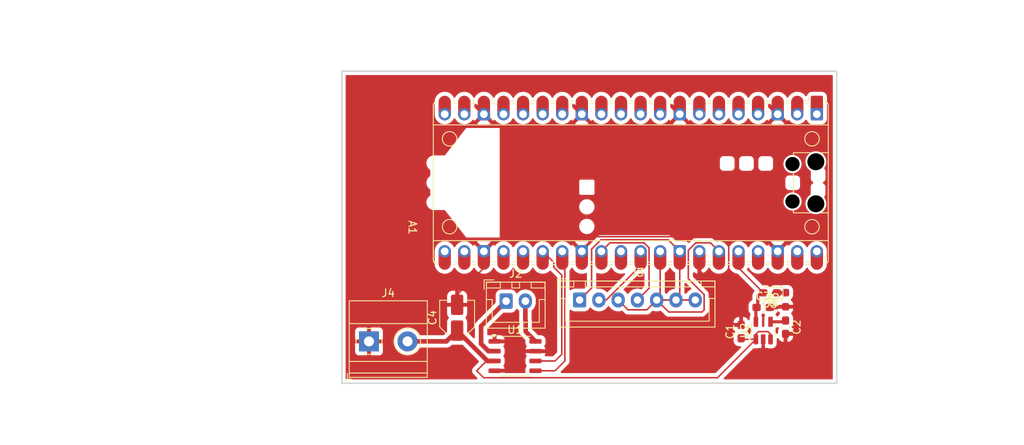
<source format=kicad_pcb>
(kicad_pcb (version 20240108) (generator "pcbnew") (generator_version "8.0")
  (layers (0 "F.Cu" signal) (31 "B.Cu" signal) (34 "B.Paste" user) (35 "F.Paste" user) (36 "B.SilkS" user "B.Silkscreen") (37 "F.SilkS" user "F.Silkscreen") (38 "B.Mask" user) (39 "F.Mask" user) (44 "Edge.Cuts" user))
  (net 0 "")
  (net 3 "track+")
  (net 4 "track-")
  (net 5 "GND")
  (net 13 "sense_pin")
  (net 14 "track_0")
  (net 19 "track_1")
  (net 20 "unconnected-(A1-GPIO3-Pad5)")
  (net 21 "unconnected-(A1-GPIO4-Pad6)")
  (net 35 "3V3")
  (net 41 "VCC")
  (net 42 "Net-(U2-BP)")
  (net 43 "Net-(D3-K)")
  (net 44 "O2")
  (net 45 "O1")
  (net 48 "PWM0")
  (net 50 "PWM1")
  (footprint "Capacitor_SMD:C_0603_1608Metric_Pad1.08x0.95mm_HandSolder" (layer "F.Cu") (at 118.11 63.5 90)
    (property "Reference" "C1" (at 0 -1.43 90) (layer "F.SilkS"))
    (property "Value" "C")
    (pad "1" smd roundrect (at -0.8625 0 90) (size 1.075 0.95) (layers "F.Cu" "F.Paste" "F.Mask") (net 41 "VCC"))
    (pad "2" smd roundrect (at 0.8625 0 90) (size 1.075 0.95) (layers "F.Cu" "F.Paste" "F.Mask") (net 5 "GND"))
  )
  (footprint "Capacitor_SMD:C_0603_1608Metric_Pad1.08x0.95mm_HandSolder" (layer "F.Cu") (at 120.97 60.3675)
    (property "Reference" "C3" (at 0 -1.43 360) (layer "F.SilkS"))
    (property "Value" "C")
    (pad "1" smd roundrect (at -0.8625 0) (size 1.075 0.95) (layers "F.Cu" "F.Paste" "F.Mask") (net 35 "3V3"))
    (pad "2" smd roundrect (at 0.8625 0) (size 1.075 0.95) (layers "F.Cu" "F.Paste" "F.Mask") (net 5 "GND"))
  )
  (footprint "Capacitor_SMD:C_Elec_4x5.4" (layer "F.Cu") (at 81.28 61.7 90)
    (property "Reference" "C4" (at 0 -3.2 90) (layer "F.SilkS"))
    (property "Value" "C")
    (pad "1" smd roundrect (at -1.675 0 90) (size 2.65 1.6) (layers "F.Cu" "F.Paste" "F.Mask") (roundrect_rratio 0.15625) (net 41 "VCC"))
    (pad "2" smd roundrect (at 1.675 0 90) (size 2.65 1.6) (layers "F.Cu" "F.Paste" "F.Mask") (roundrect_rratio 0.15625) (net 5 "GND"))
  )
  (footprint "Package_TO_SOT_SMD:SOT-23-5" (layer "F.Cu") (at 120.97 63.3675 90)
    (property "Reference" "U2" (at 0 -2.4 90) (layer "F.SilkS"))
    (property "Value" "LP2985-3.3")
    (pad "1" smd roundrect (at -1.1375 -0.95 90) (size 1.325 0.6) (layers "F.Cu" "F.Paste" "F.Mask") (net 41 "VCC"))
    (pad "2" smd roundrect (at -1.1375 0 90) (size 1.325 0.6) (layers "F.Cu" "F.Paste" "F.Mask") (net 5 "GND"))
    (pad "3" smd roundrect (at -1.1375 0.95 90) (size 1.325 0.6) (layers "F.Cu" "F.Paste" "F.Mask") (net 41 "VCC"))
    (pad "4" smd roundrect (at 1.1375 0.95 90) (size 1.325 0.6) (layers "F.Cu" "F.Paste" "F.Mask") (net 42 "Net-(U2-BP)"))
    (pad "5" smd roundrect (at 1.1375 -0.95 90) (size 1.325 0.6) (layers "F.Cu" "F.Paste" "F.Mask") (net 35 "3V3"))
  )
  (footprint "TerminalBlock_Phoenix:TerminalBlock_Phoenix_MKDS-1,5-2_1x02_P5.00mm_Horizontal" (layer "F.Cu") (at 69.85 64.77)
    (property "Reference" "J4" (at 2.5 -6.26 360) (layer "F.SilkS"))
    (property "Value" "Barrel_Jack")
    (pad "1" thru_hole rect (at 0 0) (size 2.6 2.6) (drill 1.3) (layers "*.Cu" "*.Mask") (net 5 "GND"))
    (pad "2" thru_hole circle (at 5 0) (size 2.6 2.6) (drill 1.3) (layers "*.Cu" "*.Mask") (net 41 "VCC"))
  )
  (footprint "Resistor_SMD:R_0603_1608Metric_Pad0.98x0.95mm_HandSolder" (layer "F.Cu") (at 123.87 59.3675 90)
    (property "Reference" "R3" (at 0 -1.43 90) (layer "F.SilkS"))
    (property "Value" "R")
    (pad "1" smd roundrect (at -0.9125 0 90) (size 0.975 0.95) (layers "F.Cu" "F.Paste" "F.Mask") (net 5 "GND"))
    (pad "2" smd roundrect (at 0.9125 0 90) (size 0.975 0.95) (layers "F.Cu" "F.Paste" "F.Mask") (net 43 "Net-(D3-K)"))
  )
  (footprint "Package_SO:HTSOP-8-1EP_3.9x4.9mm_P1.27mm_EP2.4x3.2mm" (layer "F.Cu") (at 88.79 66.675)
    (property "Reference" "U1" (at 0 -3.4 0) (layer "F.SilkS"))
    (property "Value" "~")
    (pad "1" smd roundrect (at -2.65 -1.905) (size 1.6 0.6) (layers "F.Cu" "F.Paste" "F.Mask") (net 5 "GND"))
    (pad "2" smd roundrect (at -2.65 -0.635) (size 1.6 0.6) (layers "F.Cu" "F.Paste" "F.Mask") (net 45 "O1"))
    (pad "3" smd roundrect (at -2.65 0.635) (size 1.6 0.6) (layers "F.Cu" "F.Paste" "F.Mask") (net 41 "VCC"))
    (pad "4" smd roundrect (at -2.65 1.905) (size 1.6 0.6) (layers "F.Cu" "F.Paste" "F.Mask") (net 5 "GND"))
    (pad "5" smd roundrect (at 2.65 1.905) (size 1.6 0.6) (layers "F.Cu" "F.Paste" "F.Mask") (net 48 "PWM0"))
    (pad "6" smd roundrect (at 2.65 0.635) (size 1.6 0.6) (layers "F.Cu" "F.Paste" "F.Mask") (net 50 "PWM1"))
    (pad "7" smd roundrect (at 2.65 -0.635) (size 1.6 0.6) (layers "F.Cu" "F.Paste" "F.Mask") (net 5 "GND"))
    (pad "8" smd roundrect (at 2.65 -1.905) (size 1.6 0.6) (layers "F.Cu" "F.Paste" "F.Mask") (net 44 "O2"))
    (pad "9" smd rect (at 0 0) (size 2.4 3.2) (property pad_prop_heatsink) (layers "F.Cu" "F.Mask") (net 5 "GND"))
  )
  (footprint "Connector_JST:JST_XH_B7B-XH-A_1x07_P2.50mm_Vertical" (layer "F.Cu") (at 97.160171 59.402025)
    (property "Reference" "J3" (at 7.5 -3.55 0) (layer "F.SilkS"))
    (property "Value" "Conn_01x07_Socket")
    (pad "1" thru_hole roundrect (at 0 0) (size 1.7 1.95) (drill 0.95) (layers "*.Cu" "*.Mask") (roundrect_rratio 0.147059) (net 4 "track-"))
    (pad "2" thru_hole oval (at 2.5 0) (size 1.7 1.95) (drill 0.95) (layers "*.Cu" "*.Mask") (net 14 "track_0"))
    (pad "3" thru_hole oval (at 5 0) (size 1.7 1.95) (drill 0.95) (layers "*.Cu" "*.Mask") (net 3 "track+"))
    (pad "4" thru_hole oval (at 7.5 0) (size 1.7 1.95) (drill 0.95) (layers "*.Cu" "*.Mask") (net 13 "sense_pin"))
    (pad "5" thru_hole oval (at 10 0) (size 1.7 1.95) (drill 0.95) (layers "*.Cu" "*.Mask") (net 3 "track+"))
    (pad "6" thru_hole oval (at 12.5 0) (size 1.7 1.95) (drill 0.95) (layers "*.Cu" "*.Mask") (net 19 "track_1"))
    (pad "7" thru_hole oval (at 15 0) (size 1.7 1.95) (drill 0.95) (layers "*.Cu" "*.Mask") (net 4 "track-"))
  )
  (footprint "Module_RaspberryPi_Pico:RaspberryPi_Pico_Common" (layer "F.Cu") (at 103.8 44.2 -90)
    (property "Reference" "A1" (at 4.8 28.3 -90) (layer "F.SilkS") (effects (justify left)))
    (property "Value" "RaspberryPi_Pico_W")
    (pad "" np_thru_hole circle (at -2.725 -24 270) (size 2.2 2.2) (drill 2.2) (layers "*.Mask"))
    (pad "" np_thru_hole circle (at -2.425 -20.97 270) (size 1.85 1.85) (drill 1.85) (layers "*.Mask"))
    (pad "" np_thru_hole circle (at 2.425 -20.97 270) (size 1.85 1.85) (drill 1.85) (layers "*.Mask"))
    (pad "" np_thru_hole circle (at 2.725 -24 270) (size 2.2 2.2) (drill 2.2) (layers "*.Mask"))
    (pad "1" thru_hole roundrect (at -8.89 -24.13 270) (size 1.6 1.6) (drill 1) (layers "*.Cu" "*.Mask") (roundrect_rratio 0.125))
    (pad "1" smd custom (at -8.89 -24.13 270) (size 1.6 1.6) (layers "F.Cu" "F.Mask") (options (clearance outline) (anchor circle)) (primitives (gr_poly (pts (xy -2.4 0.6) (xy -2.4 -0.6) (xy -2.2 -0.8) (xy 0 -0.8) (xy 0 0.8) (xy -2.2 0.8)) (width 0) (fill yes)) (gr_circle (center -2.2 0.6) (end -2 0.6) (width 0) (fill yes)) (gr_circle (center -2.2 -0.6) (end -2 -0.6) (width 0) (fill yes))))
    (pad "2" thru_hole circle (at -8.89 -21.59 270) (size 1.6 1.6) (drill 1) (layers "*.Cu" "*.Mask"))
    (pad "2" smd roundrect (at -8.89 -21.59 270) (size 3.2 1.6) (drill (offset -0.8 0)) (layers "F.Cu" "F.Mask") (roundrect_rratio 0.5))
    (pad "3" thru_hole custom (at -8.89 -19.05 270) (size 1.6 1.6) (drill 1) (layers "*.Cu" "*.Mask") (net 5 "GND") (options (clearance outline) (anchor circle)) (primitives (gr_poly (pts (xy 0.8 0.6) (xy 0.8 -0.6) (xy 0.6 -0.8) (xy 0 -0.8) (xy 0 0.8) (xy 0.6 0.8)) (width 0) (fill yes)) (gr_circle (center 0.6 0.6) (end 0.8 0.6) (width 0) (fill yes)) (gr_circle (center 0.6 -0.6) (end 0.8 -0.6) (width 0) (fill yes))))
    (pad "3" smd custom (at -8.89 -19.05 270) (size 1.6 1.6) (layers "F.Cu" "F.Mask") (net 5 "GND") (options (clearance outline) (anchor circle)) (primitives (gr_poly (pts (xy 0.8 -0.6) (xy 0.8 0.6) (xy 0.6 0.8) (xy -1.6 0.8) (xy -1.6 -0.8) (xy 0.6 -0.8)) (width 0) (fill yes)) (gr_circle (center 0.6 0.6) (end 0.8 0.6) (width 0) (fill yes)) (gr_circle (center 0.6 -0.6) (end 0.8 -0.6) (width 0) (fill yes)) (gr_circle (center -1.6 0) (end -0.8 0) (width 0) (fill yes))))
    (pad "4" thru_hole circle (at -8.89 -16.51 270) (size 1.6 1.6) (drill 1) (layers "*.Cu" "*.Mask"))
    (pad "4" smd roundrect (at -8.89 -16.51 270) (size 3.2 1.6) (drill (offset -0.8 0)) (layers "F.Cu" "F.Mask") (roundrect_rratio 0.5))
    (pad "5" thru_hole circle (at -8.89 -13.97 270) (size 1.6 1.6) (drill 1) (layers "*.Cu" "*.Mask") (net 20 "unconnected-(A1-GPIO3-Pad5)"))
    (pad "5" smd roundrect (at -8.89 -13.97 270) (size 3.2 1.6) (drill (offset -0.8 0)) (layers "F.Cu" "F.Mask") (roundrect_rratio 0.5))
    (pad "6" thru_hole circle (at -8.89 -11.43 270) (size 1.6 1.6) (drill 1) (layers "*.Cu" "*.Mask"))
    (pad "6" smd roundrect (at -8.89 -11.43 270) (size 3.2 1.6) (drill (offset -0.8 0)) (layers "F.Cu" "F.Mask") (roundrect_rratio 0.5) (net 21 "unconnected-(A1-GPIO4-Pad6)"))
    (pad "7" thru_hole circle (at -8.89 -8.89 270) (size 1.6 1.6) (drill 1) (layers "*.Cu" "*.Mask"))
    (pad "7" smd roundrect (at -8.89 -8.89 270) (size 3.2 1.6) (drill (offset -0.8 0)) (layers "F.Cu" "F.Mask") (roundrect_rratio 0.5))
    (pad "8" thru_hole custom (at -8.89 -6.35 270) (size 1.6 1.6) (drill 1) (layers "*.Cu" "*.Mask") (net 5 "GND") (options (clearance outline) (anchor circle)) (primitives (gr_poly (pts (xy 0.8 0.6) (xy 0.8 -0.6) (xy 0.6 -0.8) (xy 0 -0.8) (xy 0 0.8) (xy 0.6 0.8)) (width 0) (fill yes)) (gr_circle (center 0.6 0.6) (end 0.8 0.6) (width 0) (fill yes)) (gr_circle (center 0.6 -0.6) (end 0.8 -0.6) (width 0) (fill yes))))
    (pad "8" smd custom (at -8.89 -6.35 270) (size 1.6 1.6) (layers "F.Cu" "F.Mask") (net 5 "GND") (options (clearance outline) (anchor circle)) (primitives (gr_poly (pts (xy 0.8 -0.6) (xy 0.8 0.6) (xy 0.6 0.8) (xy -1.6 0.8) (xy -1.6 -0.8) (xy 0.6 -0.8)) (width 0) (fill yes)) (gr_circle (center 0.6 0.6) (end 0.8 0.6) (width 0) (fill yes)) (gr_circle (center 0.6 -0.6) (end 0.8 -0.6) (width 0) (fill yes)) (gr_circle (center -1.6 0) (end -0.8 0) (width 0) (fill yes))))
    (pad "9" thru_hole circle (at -8.89 -3.81 270) (size 1.6 1.6) (drill 1) (layers "*.Cu" "*.Mask"))
    (pad "9" smd roundrect (at -8.89 -3.81 270) (size 3.2 1.6) (drill (offset -0.8 0)) (layers "F.Cu" "F.Mask") (roundrect_rratio 0.5))
    (pad "10" thru_hole circle (at -8.89 -1.27 270) (size 1.6 1.6) (drill 1) (layers "*.Cu" "*.Mask"))
    (pad "10" smd roundrect (at -8.89 -1.27 270) (size 3.2 1.6) (drill (offset -0.8 0)) (layers "F.Cu" "F.Mask") (roundrect_rratio 0.5))
    (pad "11" thru_hole circle (at -8.89 1.27 270) (size 1.6 1.6) (drill 1) (layers "*.Cu" "*.Mask"))
    (pad "11" smd roundrect (at -8.89 1.27 270) (size 3.2 1.6) (drill (offset -0.8 0)) (layers "F.Cu" "F.Mask") (roundrect_rratio 0.5))
    (pad "12" thru_hole circle (at -8.89 3.81 270) (size 1.6 1.6) (drill 1) (layers "*.Cu" "*.Mask"))
    (pad "12" smd roundrect (at -8.89 3.81 270) (size 3.2 1.6) (drill (offset -0.8 0)) (layers "F.Cu" "F.Mask") (roundrect_rratio 0.5))
    (pad "13" thru_hole custom (at -8.89 6.35 270) (size 1.6 1.6) (drill 1) (layers "*.Cu" "*.Mask") (net 5 "GND") (options (clearance outline) (anchor circle)) (primitives (gr_poly (pts (xy 0.8 0.6) (xy 0.8 -0.6) (xy 0.6 -0.8) (xy 0 -0.8) (xy 0 0.8) (xy 0.6 0.8)) (width 0) (fill yes)) (gr_circle (center 0.6 0.6) (end 0.8 0.6) (width 0) (fill yes)) (gr_circle (center 0.6 -0.6) (end 0.8 -0.6) (width 0) (fill yes))))
    (pad "13" smd custom (at -8.89 6.35 270) (size 1.6 1.6) (layers "F.Cu" "F.Mask") (net 5 "GND") (options (clearance outline) (anchor circle)) (primitives (gr_poly (pts (xy 0.8 -0.6) (xy 0.8 0.6) (xy 0.6 0.8) (xy -1.6 0.8) (xy -1.6 -0.8) (xy 0.6 -0.8)) (width 0) (fill yes)) (gr_circle (center 0.6 0.6) (end 0.8 0.6) (width 0) (fill yes)) (gr_circle (center 0.6 -0.6) (end 0.8 -0.6) (width 0) (fill yes)) (gr_circle (center -1.6 0) (end -0.8 0) (width 0) (fill yes))))
    (pad "14" thru_hole circle (at -8.89 8.89 270) (size 1.6 1.6) (drill 1) (layers "*.Cu" "*.Mask"))
    (pad "14" smd roundrect (at -8.89 8.89 270) (size 3.2 1.6) (drill (offset -0.8 0)) (layers "F.Cu" "F.Mask") (roundrect_rratio 0.5))
    (pad "15" thru_hole circle (at -8.89 11.43 270) (size 1.6 1.6) (drill 1) (layers "*.Cu" "*.Mask"))
    (pad "15" smd roundrect (at -8.89 11.43 270) (size 3.2 1.6) (drill (offset -0.8 0)) (layers "F.Cu" "F.Mask") (roundrect_rratio 0.5))
    (pad "16" thru_hole circle (at -8.89 13.97 270) (size 1.6 1.6) (drill 1) (layers "*.Cu" "*.Mask"))
    (pad "16" smd roundrect (at -8.89 13.97 270) (size 3.2 1.6) (drill (offset -0.8 0)) (layers "F.Cu" "F.Mask") (roundrect_rratio 0.5))
    (pad "17" thru_hole circle (at -8.89 16.51 270) (size 1.6 1.6) (drill 1) (layers "*.Cu" "*.Mask"))
    (pad "17" smd roundrect (at -8.89 16.51 270) (size 3.2 1.6) (drill (offset -0.8 0)) (layers "F.Cu" "F.Mask") (roundrect_rratio 0.5))
    (pad "18" thru_hole custom (at -8.89 19.05 270) (size 1.6 1.6) (drill 1) (layers "*.Cu" "*.Mask") (net 5 "GND") (options (clearance outline) (anchor circle)) (primitives (gr_poly (pts (xy 0.8 0.6) (xy 0.8 -0.6) (xy 0.6 -0.8) (xy 0 -0.8) (xy 0 0.8) (xy 0.6 0.8)) (width 0) (fill yes)) (gr_circle (center 0.6 0.6) (end 0.8 0.6) (width 0) (fill yes)) (gr_circle (center 0.6 -0.6) (end 0.8 -0.6) (width 0) (fill yes))))
    (pad "18" smd custom (at -8.89 19.05 270) (size 1.6 1.6) (layers "F.Cu" "F.Mask") (net 5 "GND") (options (clearance outline) (anchor circle)) (primitives (gr_poly (pts (xy 0.8 -0.6) (xy 0.8 0.6) (xy 0.6 0.8) (xy -1.6 0.8) (xy -1.6 -0.8) (xy 0.6 -0.8)) (width 0) (fill yes)) (gr_circle (center 0.6 0.6) (end 0.8 0.6) (width 0) (fill yes)) (gr_circle (center 0.6 -0.6) (end 0.8 -0.6) (width 0) (fill yes)) (gr_circle (center -1.6 0) (end -0.8 0) (width 0) (fill yes))))
    (pad "19" thru_hole circle (at -8.89 21.59 270) (size 1.6 1.6) (drill 1) (layers "*.Cu" "*.Mask"))
    (pad "19" smd roundrect (at -8.89 21.59 270) (size 3.2 1.6) (drill (offset -0.8 0)) (layers "F.Cu" "F.Mask") (roundrect_rratio 0.5))
    (pad "20" thru_hole circle (at -8.89 24.13 270) (size 1.6 1.6) (drill 1) (layers "*.Cu" "*.Mask"))
    (pad "20" smd roundrect (at -8.89 24.13 270) (size 3.2 1.6) (drill (offset -0.8 0)) (layers "F.Cu" "F.Mask") (roundrect_rratio 0.5))
    (pad "21" thru_hole circle (at 8.89 24.13 270) (size 1.6 1.6) (drill 1) (layers "*.Cu" "*.Mask"))
    (pad "21" smd roundrect (at 8.89 24.13 270) (size 3.2 1.6) (drill (offset 0.8 0)) (layers "F.Cu" "F.Mask") (roundrect_rratio 0.5))
    (pad "22" thru_hole circle (at 8.89 21.59 270) (size 1.6 1.6) (drill 1) (layers "*.Cu" "*.Mask"))
    (pad "22" smd roundrect (at 8.89 21.59 270) (size 3.2 1.6) (drill (offset 0.8 0)) (layers "F.Cu" "F.Mask") (roundrect_rratio 0.5))
    (pad "23" thru_hole custom (at 8.89 19.05 270) (size 1.6 1.6) (drill 1) (layers "*.Cu" "*.Mask") (net 5 "GND") (options (clearance outline) (anchor circle)) (primitives (gr_poly (pts (xy -0.8 0.6) (xy -0.8 -0.6) (xy -0.6 -0.8) (xy 0 -0.8) (xy 0 0.8) (xy -0.6 0.8)) (width 0) (fill yes)) (gr_circle (center -0.6 0.6) (end -0.4 0.6) (width 0) (fill yes)) (gr_circle (center -0.6 -0.6) (end -0.4 -0.6) (width 0) (fill yes))))
    (pad "23" smd custom (at 8.89 19.05 270) (size 1.6 1.6) (layers "F.Cu" "F.Mask") (net 5 "GND") (options (clearance outline) (anchor circle)) (primitives (gr_poly (pts (xy -0.8 -0.6) (xy -0.8 0.6) (xy -0.6 0.8) (xy 1.6 0.8) (xy 1.6 -0.8) (xy -0.6 -0.8)) (width 0) (fill yes)) (gr_circle (center -0.6 0.6) (end -0.4 0.6) (width 0) (fill yes)) (gr_circle (center -0.6 -0.6) (end -0.4 -0.6) (width 0) (fill yes)) (gr_circle (center 1.6 0) (end 2.4 0) (width 0) (fill yes))))
    (pad "24" thru_hole circle (at 8.89 16.51 270) (size 1.6 1.6) (drill 1) (layers "*.Cu" "*.Mask"))
    (pad "24" smd roundrect (at 8.89 16.51 270) (size 3.2 1.6) (drill (offset 0.8 0)) (layers "F.Cu" "F.Mask") (roundrect_rratio 0.5))
    (pad "25" thru_hole circle (at 8.89 13.97 270) (size 1.6 1.6) (drill 1) (layers "*.Cu" "*.Mask"))
    (pad "25" smd roundrect (at 8.89 13.97 270) (size 3.2 1.6) (drill (offset 0.8 0)) (layers "F.Cu" "F.Mask") (roundrect_rratio 0.5))
    (pad "26" thru_hole circle (at 8.89 11.43 270) (size 1.6 1.6) (drill 1) (layers "*.Cu" "*.Mask") (net 50 "PWM1"))
    (pad "26" smd roundrect (at 8.89 11.43 270) (size 3.2 1.6) (drill (offset 0.8 0)) (layers "F.Cu" "F.Mask") (roundrect_rratio 0.5) (net 50 "PWM1"))
    (pad "27" thru_hole circle (at 8.89 8.89 270) (size 1.6 1.6) (drill 1) (layers "*.Cu" "*.Mask") (net 48 "PWM0"))
    (pad "27" smd roundrect (at 8.89 8.89 270) (size 3.2 1.6) (drill (offset 0.8 0)) (layers "F.Cu" "F.Mask") (roundrect_rratio 0.5) (net 48 "PWM0"))
    (pad "28" thru_hole custom (at 8.89 6.35 270) (size 1.6 1.6) (drill 1) (layers "*.Cu" "*.Mask") (net 5 "GND") (options (clearance outline) (anchor circle)) (primitives (gr_poly (pts (xy -0.8 0.6) (xy -0.8 -0.6) (xy -0.6 -0.8) (xy 0 -0.8) (xy 0 0.8) (xy -0.6 0.8)) (width 0) (fill yes)) (gr_circle (center -0.6 0.6) (end -0.4 0.6) (width 0) (fill yes)) (gr_circle (center -0.6 -0.6) (end -0.4 -0.6) (width 0) (fill yes))))
    (pad "28" smd custom (at 8.89 6.35 270) (size 1.6 1.6) (layers "F.Cu" "F.Mask") (net 5 "GND") (options (clearance outline) (anchor circle)) (primitives (gr_poly (pts (xy -0.8 -0.6) (xy -0.8 0.6) (xy -0.6 0.8) (xy 1.6 0.8) (xy 1.6 -0.8) (xy -0.6 -0.8)) (width 0) (fill yes)) (gr_circle (center -0.6 0.6) (end -0.4 0.6) (width 0) (fill yes)) (gr_circle (center -0.6 -0.6) (end -0.4 -0.6) (width 0) (fill yes)) (gr_circle (center 1.6 0) (end 2.4 0) (width 0) (fill yes))))
    (pad "29" thru_hole circle (at 8.89 3.81 270) (size 1.6 1.6) (drill 1) (layers "*.Cu" "*.Mask") (net 13 "sense_pin"))
    (pad "29" smd roundrect (at 8.89 3.81 270) (size 3.2 1.6) (drill (offset 0.8 0)) (layers "F.Cu" "F.Mask") (roundrect_rratio 0.5) (net 13 "sense_pin"))
    (pad "30" thru_hole circle (at 8.89 1.27 270) (size 1.6 1.6) (drill 1) (layers "*.Cu" "*.Mask"))
    (pad "30" smd roundrect (at 8.89 1.27 270) (size 3.2 1.6) (drill (offset 0.8 0)) (layers "F.Cu" "F.Mask") (roundrect_rratio 0.5))
    (pad "31" thru_hole circle (at 8.89 -1.27 270) (size 1.6 1.6) (drill 1) (layers "*.Cu" "*.Mask") (net 14 "track_0"))
    (pad "31" smd roundrect (at 8.89 -1.27 270) (size 3.2 1.6) (drill (offset 0.8 0)) (layers "F.Cu" "F.Mask") (roundrect_rratio 0.5) (net 14 "track_0"))
    (pad "32" thru_hole circle (at 8.89 -3.81 270) (size 1.6 1.6) (drill 1) (layers "*.Cu" "*.Mask") (net 19 "track_1"))
    (pad "32" smd roundrect (at 8.89 -3.81 270) (size 3.2 1.6) (drill (offset 0.8 0)) (layers "F.Cu" "F.Mask") (roundrect_rratio 0.5) (net 19 "track_1"))
    (pad "33" thru_hole custom (at 8.89 -6.35 270) (size 1.6 1.6) (drill 1) (layers "*.Cu" "*.Mask") (net 4 "track-") (options (clearance outline) (anchor circle)) (primitives (gr_poly (pts (xy -0.8 0.6) (xy -0.8 -0.6) (xy -0.6 -0.8) (xy 0 -0.8) (xy 0 0.8) (xy -0.6 0.8)) (width 0) (fill yes)) (gr_circle (center -0.6 0.6) (end -0.4 0.6) (width 0) (fill yes)) (gr_circle (center -0.6 -0.6) (end -0.4 -0.6) (width 0) (fill yes))))
    (pad "33" smd custom (at 8.89 -6.35 270) (size 1.6 1.6) (layers "F.Cu" "F.Mask") (net 4 "track-") (options (clearance outline) (anchor circle)) (primitives (gr_poly (pts (xy -0.8 -0.6) (xy -0.8 0.6) (xy -0.6 0.8) (xy 1.6 0.8) (xy 1.6 -0.8) (xy -0.6 -0.8)) (width 0) (fill yes)) (gr_circle (center -0.6 0.6) (end -0.4 0.6) (width 0) (fill yes)) (gr_circle (center -0.6 -0.6) (end -0.4 -0.6) (width 0) (fill yes)) (gr_circle (center 1.6 0) (end 2.4 0) (width 0) (fill yes))))
    (pad "34" thru_hole circle (at 8.89 -8.89 270) (size 1.6 1.6) (drill 1) (layers "*.Cu" "*.Mask") (net 5 "GND"))
    (pad "34" smd roundrect (at 8.89 -8.89 270) (size 3.2 1.6) (drill (offset 0.8 0)) (layers "F.Cu" "F.Mask") (roundrect_rratio 0.5) (net 5 "GND"))
    (pad "35" thru_hole circle (at 8.89 -11.43 270) (size 1.6 1.6) (drill 1) (layers "*.Cu" "*.Mask") (net 3 "track+"))
    (pad "35" smd roundrect (at 8.89 -11.43 270) (size 3.2 1.6) (drill (offset 0.8 0)) (layers "F.Cu" "F.Mask") (roundrect_rratio 0.5) (net 3 "track+"))
    (pad "36" thru_hole circle (at 8.89 -13.97 270) (size 1.6 1.6) (drill 1) (layers "*.Cu" "*.Mask") (net 35 "3V3"))
    (pad "36" smd roundrect (at 8.89 -13.97 270) (size 3.2 1.6) (drill (offset 0.8 0)) (layers "F.Cu" "F.Mask") (roundrect_rratio 0.5) (net 35 "3V3"))
    (pad "37" thru_hole circle (at 8.89 -16.51 270) (size 1.6 1.6) (drill 1) (layers "*.Cu" "*.Mask"))
    (pad "37" smd roundrect (at 8.89 -16.51 270) (size 3.2 1.6) (drill (offset 0.8 0)) (layers "F.Cu" "F.Mask") (roundrect_rratio 0.5))
    (pad "38" thru_hole custom (at 8.89 -19.05 270) (size 1.6 1.6) (drill 1) (layers "*.Cu" "*.Mask") (net 5 "GND") (options (clearance outline) (anchor circle)) (primitives (gr_poly (pts (xy -0.8 0.6) (xy -0.8 -0.6) (xy -0.6 -0.8) (xy 0 -0.8) (xy 0 0.8) (xy -0.6 0.8)) (width 0) (fill yes)) (gr_circle (center -0.6 0.6) (end -0.4 0.6) (width 0) (fill yes)) (gr_circle (center -0.6 -0.6) (end -0.4 -0.6) (width 0) (fill yes))))
    (pad "38" smd custom (at 8.89 -19.05 270) (size 1.6 1.6) (layers "F.Cu" "F.Mask") (net 5 "GND") (options (clearance outline) (anchor circle)) (primitives (gr_poly (pts (xy -0.8 -0.6) (xy -0.8 0.6) (xy -0.6 0.8) (xy 1.6 0.8) (xy 1.6 -0.8) (xy -0.6 -0.8)) (width 0) (fill yes)) (gr_circle (center -0.6 0.6) (end -0.4 0.6) (width 0) (fill yes)) (gr_circle (center -0.6 -0.6) (end -0.4 -0.6) (width 0) (fill yes)) (gr_circle (center 1.6 0) (end 2.4 0) (width 0) (fill yes))))
    (pad "39" thru_hole circle (at 8.89 -21.59 270) (size 1.6 1.6) (drill 1) (layers "*.Cu" "*.Mask"))
    (pad "39" smd roundrect (at 8.89 -21.59 270) (size 3.2 1.6) (drill (offset 0.8 0)) (layers "F.Cu" "F.Mask") (roundrect_rratio 0.5))
    (pad "40" thru_hole circle (at 8.89 -24.13 270) (size 1.6 1.6) (drill 1) (layers "*.Cu" "*.Mask"))
    (pad "40" smd roundrect (at 8.89 -24.13 270) (size 3.2 1.6) (drill (offset 0.8 0)) (layers "F.Cu" "F.Mask") (roundrect_rratio 0.5))
    (zone (net 0) (net_name "") (layers "*.Cu" "*.Paste") (name "Antenna Copper Keep Out") (connect_pads (clearance 0)) (min_thickness 0.254)
      (keepout (tracks not_allowed) (vias not_allowed) (pads not_allowed) (copperpour not_allowed) (footprints allowed))
      (fill (thermal_gap 0.508) (thermal_bridge_width 0.508))
      (polygon (pts (xy 78.810105 41.8) (xy 82.460105 37.1) (xy 86.8 37.1) (xy 86.8 51.3) (xy 82.460105 51.3) (xy 78.810105 46.6) (xy 77.8 46.6) (xy 77.8 41.8)))
    )
    (zone (net 0) (net_name "") (layers "F.Cu" "F.Paste") (name "Pad Keep Out D1-W") (connect_pads (clearance 0)) (min_thickness 0.25)
      (keepout (tracks not_allowed) (vias not_allowed) (pads not_allowed) (copperpour not_allowed) (footprints allowed))
      (fill (thermal_gap 0.5) (thermal_bridge_width 0.5))
      (polygon (pts (xy 97.1126 45.5715) (xy 97.1126 44.7841) (xy 99.0874 44.7841) (xy 99.0874 45.5715) (xy 99.085478 45.6109) (xy 99.055323 45.683702) (xy 98.999602 45.739423) (xy 98.9268 45.769578) (xy 98.8874 45.7715) (xy 97.3126 45.7715) (xy 97.2732 45.769578) (xy 97.200398 45.739423) (xy 97.144677 45.683702) (xy 97.114522 45.6109)))
    )
    (zone (net 0) (net_name "") (layers "F.Cu" "F.Paste") (name "Pad Keep Out D1-W") (connect_pads (clearance 0)) (min_thickness 0.25)
      (keepout (tracks not_allowed) (vias not_allowed) (pads not_allowed) (copperpour not_allowed) (footprints allowed))
      (fill (thermal_gap 0.5) (thermal_bridge_width 0.5))
      (polygon (pts (xy 98.999602 43.828778) (xy 99.055322 43.884498) (xy 99.085478 43.9573) (xy 99.0874 43.9967) (xy 99.0874 44.7841) (xy 97.1126 44.7841) (xy 97.1126 43.9967) (xy 97.114522 43.9573) (xy 97.144678 43.884498) (xy 97.200398 43.828778) (xy 97.2732 43.798622) (xy 97.3126 43.7967) (xy 98.8874 43.7967) (xy 98.9268 43.798622)))
    )
    (zone (net 0) (net_name "") (layers "F.Cu" "F.Paste") (name "Pad Keep Out D2") (connect_pads (clearance 0)) (min_thickness 0.25)
      (keepout (tracks not_allowed) (vias not_allowed) (pads not_allowed) (copperpour not_allowed) (footprints allowed))
      (fill (thermal_gap 0.5) (thermal_bridge_width 0.5))
      (polygon (pts (xy 80.9 43.6) (xy 80.9 44.2) (arc (start 77.3 44.2) (mid 77.592893 43.492893) (end 78.3 43.2)) (xy 80.5 43.2) (xy 80.563006 43.202193) (xy 80.682852 43.241133) (xy 80.784799 43.315201) (xy 80.858867 43.417148) (xy 80.897807 43.536994)))
    )
    (zone (net 0) (net_name "") (layers "F.Cu" "F.Paste") (name "Pad Keep Out D2") (connect_pads (clearance 0)) (min_thickness 0.25)
      (keepout (tracks not_allowed) (vias not_allowed) (pads not_allowed) (copperpour not_allowed) (footprints allowed))
      (fill (thermal_gap 0.5) (thermal_bridge_width 0.5))
      (polygon (pts (xy 80.9 44.8) (xy 80.897538 44.862964) (xy 80.858624 44.982728) (xy 80.784606 45.084606) (xy 80.682728 45.158624) (xy 80.562964 45.197538) (xy 80.5 45.2) (arc (start 78.3 45.2) (mid 77.592893 44.907107) (end 77.3 44.2)) (xy 80.9 44.2)))
    )
    (zone (net 0) (net_name "") (layers "F.Cu" "F.Paste") (name "Pad Keep Out TP6") (connect_pads (clearance 0)) (min_thickness 0.25)
      (keepout (tracks not_allowed) (vias not_allowed) (pads not_allowed) (copperpour not_allowed) (footprints allowed))
      (fill (thermal_gap 0.5) (thermal_bridge_width 0.5))
      (polygon (pts (xy 115.352139 41.184455) (xy 115.386068 41.057833) (xy 115.451612 40.944306) (xy 115.544306 40.851612) (xy 115.657833 40.786068) (xy 115.784455 40.752139) (xy 115.85 40.75) (xy 116.3 40.75) (xy 116.3 42.65) (xy 115.85 42.65) (xy 115.784455 42.647861) (xy 115.657833 42.613932) (xy 115.544306 42.548388) (xy 115.451612 42.455694) (xy 115.386068 42.342167) (xy 115.352139 42.215545) (xy 115.35 42.15) (xy 115.35 41.25)))
    )
    (zone (net 0) (net_name "") (layers "F.Cu" "F.Paste") (name "Pad Keep Out TP6") (connect_pads (clearance 0)) (min_thickness 0.25)
      (keepout (tracks not_allowed) (vias not_allowed) (pads not_allowed) (copperpour not_allowed) (footprints allowed))
      (fill (thermal_gap 0.5) (thermal_bridge_width 0.5))
      (polygon (pts (xy 116.3 42.65) (xy 116.75 42.65) (xy 116.815545 42.647861) (xy 116.942167 42.613933) (xy 117.055694 42.548388) (xy 117.148388 42.455694) (xy 117.213933 42.342167) (xy 117.247861 42.215545) (xy 117.25 42.15) (xy 117.25 41.25) (xy 117.247861 41.184455) (xy 117.213933 41.057833) (xy 117.148388 40.944306) (xy 117.055694 40.851612) (xy 116.942167 40.786067) (xy 116.815545 40.752139) (xy 116.75 40.75) (xy 116.3 40.75)))
    )
    (zone (net 0) (net_name "") (layers "F.Cu" "F.Paste") (name "Pad Keep Out TP5") (connect_pads (clearance 0)) (min_thickness 0.25)
      (keepout (tracks not_allowed) (vias not_allowed) (pads not_allowed) (copperpour not_allowed) (footprints allowed))
      (fill (thermal_gap 0.5) (thermal_bridge_width 0.5))
      (polygon (pts (xy 117.852139 41.184455) (xy 117.886068 41.057833) (xy 117.951612 40.944306) (xy 118.044306 40.851612) (xy 118.157833 40.786068) (xy 118.284455 40.752139) (xy 118.35 40.75) (xy 118.8 40.75) (xy 118.8 42.65) (xy 118.35 42.65) (xy 118.284455 42.647861) (xy 118.157833 42.613932) (xy 118.044306 42.548388) (xy 117.951612 42.455694) (xy 117.886068 42.342167) (xy 117.852139 42.215545) (xy 117.85 42.15) (xy 117.85 41.25)))
    )
    (zone (net 0) (net_name "") (layers "F.Cu" "F.Paste") (name "Pad Keep Out TP5") (connect_pads (clearance 0)) (min_thickness 0.25)
      (keepout (tracks not_allowed) (vias not_allowed) (pads not_allowed) (copperpour not_allowed) (footprints allowed))
      (fill (thermal_gap 0.5) (thermal_bridge_width 0.5))
      (polygon (pts (xy 118.8 42.65) (xy 119.25 42.65) (xy 119.315545 42.647861) (xy 119.442167 42.613933) (xy 119.555694 42.548388) (xy 119.648388 42.455694) (xy 119.713933 42.342167) (xy 119.747861 42.215545) (xy 119.75 42.15) (xy 119.75 41.25) (xy 119.747861 41.184455) (xy 119.713933 41.057833) (xy 119.648388 40.944306) (xy 119.555694 40.851612) (xy 119.442167 40.786067) (xy 119.315545 40.752139) (xy 119.25 40.75) (xy 118.8 40.75)))
    )
    (zone (net 0) (net_name "") (layers "F.Cu" "F.Paste") (name "Pad Keep Out TP4") (connect_pads (clearance 0)) (min_thickness 0.25)
      (keepout (tracks not_allowed) (vias not_allowed) (pads not_allowed) (copperpour not_allowed) (footprints allowed))
      (fill (thermal_gap 0.5) (thermal_bridge_width 0.5))
      (polygon (pts (xy 120.352139 41.184455) (xy 120.386068 41.057833) (xy 120.451612 40.944306) (xy 120.544306 40.851612) (xy 120.657833 40.786068) (xy 120.784455 40.752139) (xy 120.85 40.75) (xy 121.3 40.75) (xy 121.3 42.65) (xy 120.85 42.65) (xy 120.784455 42.647861) (xy 120.657833 42.613932) (xy 120.544306 42.548388) (xy 120.451612 42.455694) (xy 120.386068 42.342167) (xy 120.352139 42.215545) (xy 120.35 42.15) (xy 120.35 41.25)))
    )
    (zone (net 0) (net_name "") (layers "F.Cu" "F.Paste") (name "Pad Keep Out TP4") (connect_pads (clearance 0)) (min_thickness 0.25)
      (keepout (tracks not_allowed) (vias not_allowed) (pads not_allowed) (copperpour not_allowed) (footprints allowed))
      (fill (thermal_gap 0.5) (thermal_bridge_width 0.5))
      (polygon (pts (xy 121.3 42.65) (xy 121.75 42.65) (xy 121.815545 42.647861) (xy 121.942167 42.613933) (xy 122.055694 42.548388) (xy 122.148388 42.455694) (xy 122.213933 42.342167) (xy 122.247861 42.215545) (xy 122.25 42.15) (xy 122.25 41.25) (xy 122.247861 41.184455) (xy 122.213933 41.057833) (xy 122.148388 40.944306) (xy 122.055694 40.851612) (xy 121.942167 40.786067) (xy 121.815545 40.752139) (xy 121.75 40.75) (xy 121.3 40.75)))
    )
    (zone (net 0) (net_name "") (layers "F.Cu" "F.Paste") (name "Pad Keep Out TP1") (connect_pads (clearance 0)) (min_thickness 0.25)
      (keepout (tracks not_allowed) (vias not_allowed) (pads not_allowed) (copperpour not_allowed) (footprints allowed))
      (fill (thermal_gap 0.5) (thermal_bridge_width 0.5))
      (polygon (pts (xy 123.85 44.2) (xy 123.85 44.65) (xy 123.852139 44.715545) (xy 123.886067 44.842167) (xy 123.951612 44.955694) (xy 124.044306 45.048388) (xy 124.157833 45.113933) (xy 124.284455 45.147861) (xy 124.35 45.15) (xy 125.25 45.15) (xy 125.315545 45.147861) (xy 125.442167 45.113933) (xy 125.555694 45.048388) (xy 125.648388 44.955694) (xy 125.713933 44.842167) (xy 125.747861 44.715545) (xy 125.75 44.65) (xy 125.75 44.2)))
    )
    (zone (net 0) (net_name "") (layers "F.Cu" "F.Paste") (name "Pad Keep Out TP1") (connect_pads (clearance 0)) (min_thickness 0.25)
      (keepout (tracks not_allowed) (vias not_allowed) (pads not_allowed) (copperpour not_allowed) (footprints allowed))
      (fill (thermal_gap 0.5) (thermal_bridge_width 0.5))
      (polygon (pts (xy 125.315545 43.252139) (xy 125.442167 43.286068) (xy 125.555694 43.351612) (xy 125.648388 43.444306) (xy 125.713932 43.557833) (xy 125.747861 43.684455) (xy 125.75 43.75) (xy 125.75 44.2) (xy 123.85 44.2) (xy 123.85 43.75) (xy 123.852139 43.684455) (xy 123.886068 43.557833) (xy 123.951612 43.444306) (xy 124.044306 43.351612) (xy 124.157833 43.286068) (xy 124.284455 43.252139) (xy 124.35 43.25) (xy 125.25 43.25)))
    )
    (zone (net 0) (net_name "") (layers "F.Cu" "F.Paste") (name "Pad Keep Out TP2") (connect_pads (clearance 0)) (min_thickness 0.25)
      (keepout (tracks not_allowed) (vias not_allowed) (pads not_allowed) (copperpour not_allowed) (footprints allowed))
      (fill (thermal_gap 0.5) (thermal_bridge_width 0.5))
      (polygon (pts (xy 127.135 45.2) (xy 127.135 45.65) (xy 127.137139 45.715545) (xy 127.171067 45.842167) (xy 127.236612 45.955694) (xy 127.329306 46.048388) (xy 127.442833 46.113933) (xy 127.569455 46.147861) (xy 127.635 46.15) (xy 128.535 46.15) (xy 128.600545 46.147861) (xy 128.727167 46.113933) (xy 128.840694 46.048388) (xy 128.933388 45.955694) (xy 128.998933 45.842167) (xy 129.032861 45.715545) (xy 129.035 45.65) (xy 129.035 45.2)))
    )
    (zone (net 0) (net_name "") (layers "F.Cu" "F.Paste") (name "Pad Keep Out TP3") (connect_pads (clearance 0)) (min_thickness 0.25)
      (keepout (tracks not_allowed) (vias not_allowed) (pads not_allowed) (copperpour not_allowed) (footprints allowed))
      (fill (thermal_gap 0.5) (thermal_bridge_width 0.5))
      (polygon (pts (xy 127.15 43.2) (xy 127.15 43.65) (xy 127.152139 43.715545) (xy 127.186067 43.842167) (xy 127.251612 43.955694) (xy 127.344306 44.048388) (xy 127.457833 44.113933) (xy 127.584455 44.147861) (xy 127.65 44.15) (xy 128.55 44.15) (xy 128.615545 44.147861) (xy 128.742167 44.113933) (xy 128.855694 44.048388) (xy 128.948388 43.955694) (xy 129.013933 43.842167) (xy 129.047861 43.715545) (xy 129.05 43.65) (xy 129.05 43.2)))
    )
    (zone (net 0) (net_name "") (layers "F.Cu" "F.Paste") (name "Pad Keep Out TP2") (connect_pads (clearance 0)) (min_thickness 0.25)
      (keepout (tracks not_allowed) (vias not_allowed) (pads not_allowed) (copperpour not_allowed) (footprints allowed))
      (fill (thermal_gap 0.5) (thermal_bridge_width 0.5))
      (polygon (pts (xy 128.600545 44.252139) (xy 128.727167 44.286068) (xy 128.840694 44.351612) (xy 128.933388 44.444306) (xy 128.998932 44.557833) (xy 129.032861 44.684455) (xy 129.035 44.75) (xy 129.035 45.2) (xy 127.135 45.2) (xy 127.135 44.75) (xy 127.137139 44.684455) (xy 127.171068 44.557833) (xy 127.236612 44.444306) (xy 127.329306 44.351612) (xy 127.442833 44.286068) (xy 127.569455 44.252139) (xy 127.635 44.25) (xy 128.535 44.25)))
    )
    (zone (net 0) (net_name "") (layers "F.Cu" "F.Paste") (name "Pad Keep Out TP3") (connect_pads (clearance 0)) (min_thickness 0.25)
      (keepout (tracks not_allowed) (vias not_allowed) (pads not_allowed) (copperpour not_allowed) (footprints allowed))
      (fill (thermal_gap 0.5) (thermal_bridge_width 0.5))
      (polygon (pts (xy 128.615545 42.252139) (xy 128.742167 42.286068) (xy 128.855694 42.351612) (xy 128.948388 42.444306) (xy 129.013932 42.557833) (xy 129.047861 42.684455) (xy 129.05 42.75) (xy 129.05 43.2) (xy 127.15 43.2) (xy 127.15 42.75) (xy 127.152139 42.684455) (xy 127.186068 42.557833) (xy 127.251612 42.444306) (xy 127.344306 42.351612) (xy 127.457833 42.286068) (xy 127.584455 42.252139) (xy 127.65 42.25) (xy 128.55 42.25)))
    )
    (zone (net 0) (net_name "") (layers "F.Cu" "F.Paste") (name "Pad Keep Out D1") (connect_pads (clearance 0)) (min_thickness 0.25)
      (keepout (tracks not_allowed) (vias not_allowed) (pads not_allowed) (copperpour not_allowed) (footprints allowed))
      (fill (thermal_gap 0.5) (thermal_bridge_width 0.5))
      (polygon (pts (arc (start 77.3 41.66) (mid 77.592893 42.367107) (end 78.3 42.66)) (arc (start 79.9 42.66) (mid 80.607107 42.367107) (end 80.9 41.66))))
    )
    (zone (net 0) (net_name "") (layers "F.Cu" "F.Paste") (name "Pad Keep Out D3") (connect_pads (clearance 0)) (min_thickness 0.25)
      (keepout (tracks not_allowed) (vias not_allowed) (pads not_allowed) (copperpour not_allowed) (footprints allowed))
      (fill (thermal_gap 0.5) (thermal_bridge_width 0.5))
      (polygon (pts (arc (start 77.300075 46.740141) (mid 77.592968 47.447248) (end 78.300075 47.740141)) (arc (start 79.900075 47.740141) (mid 80.607182 47.447248) (end 80.900075 46.740141))))
    )
    (zone (net 0) (net_name "") (layers "F.Cu" "F.Paste") (name "Pad Keep Out D1") (connect_pads (clearance 0)) (min_thickness 0.25)
      (keepout (tracks not_allowed) (vias not_allowed) (pads not_allowed) (copperpour not_allowed) (footprints allowed))
      (fill (thermal_gap 0.5) (thermal_bridge_width 0.5))
      (polygon (pts (arc (start 78.3 40.66) (mid 77.592893 40.952893) (end 77.3 41.66)) (arc (start 80.9 41.66) (mid 80.607107 40.952893) (end 79.9 40.66))))
    )
    (zone (net 0) (net_name "") (layers "F.Cu" "F.Paste") (name "Pad Keep Out D3") (connect_pads (clearance 0)) (min_thickness 0.25)
      (keepout (tracks not_allowed) (vias not_allowed) (pads not_allowed) (copperpour not_allowed) (footprints allowed))
      (fill (thermal_gap 0.5) (thermal_bridge_width 0.5))
      (polygon (pts (arc (start 78.300075 45.740141) (mid 77.592968 46.033034) (end 77.300075 46.740141)) (arc (start 80.900075 46.740141) (mid 80.607182 46.033034) (end 79.900075 45.740141))))
    )
    (zone (net 0) (net_name "") (layers "F.Cu" "F.Paste") (name "Pad Keep Out D2-W") (connect_pads (clearance 0)) (min_thickness 0.254)
      (keepout (tracks not_allowed) (vias not_allowed) (pads not_allowed) (copperpour not_allowed) (footprints allowed))
      (fill (thermal_gap 0.508) (thermal_bridge_width 0.508))
      (polygon (pts (xy 98.1 48.316278) (xy 98.292715 48.297382) (xy 98.47809 48.241414) (xy 98.649063 48.150506) (xy 98.799123 48.02812) (xy 98.922553 47.878919) (xy 99.014652 47.708584) (xy 99.071913 47.523605) (xy 99.092154 47.331027) (xy 99.074604 47.138184) (xy 99.019931 46.952424) (xy 98.930219 46.78082) (xy 98.808884 46.629909) (xy 98.660548 46.505441) (xy 98.49086 46.412154) (xy 98.306285 46.353603) (xy 98.113853 46.332019) (xy 97.920893 46.348222) (xy 97.734755 46.401596) (xy 97.562529 46.490108) (xy 97.410775 46.610387) (xy 97.285274 46.757851) (xy 97.190805 46.926882) (xy 97.130967 47.111044) (xy 97.10804 47.303321) (xy 97.122895 47.49639) (xy 97.174969 47.682896) (xy 97.262276 47.855736) (xy 97.381493 48.008325) (xy 97.528077 48.134853) (xy 97.696445 48.2305) (xy 97.880184 48.291622) (xy 98.072297 48.315891)))
    )
    (zone (net 0) (net_name "") (layers "F.Cu" "F.Paste") (name "Pad Keep Out D3-W") (connect_pads (clearance 0)) (min_thickness 0.254)
      (keepout (tracks not_allowed) (vias not_allowed) (pads not_allowed) (copperpour not_allowed) (footprints allowed))
      (fill (thermal_gap 0.508) (thermal_bridge_width 0.508))
      (polygon (pts (xy 98.1 50.856278) (xy 98.292715 50.837382) (xy 98.47809 50.781414) (xy 98.649063 50.690506) (xy 98.799123 50.56812) (xy 98.922553 50.418919) (xy 99.014652 50.248584) (xy 99.071913 50.063605) (xy 99.092154 49.871027) (xy 99.074604 49.678184) (xy 99.019931 49.492424) (xy 98.930219 49.32082) (xy 98.808884 49.169909) (xy 98.660548 49.045441) (xy 98.49086 48.952154) (xy 98.306285 48.893603) (xy 98.113853 48.872019) (xy 97.920893 48.888222) (xy 97.734755 48.941596) (xy 97.562529 49.030108) (xy 97.410775 49.150387) (xy 97.285274 49.297851) (xy 97.190805 49.466882) (xy 97.130967 49.651044) (xy 97.10804 49.843321) (xy 97.122895 50.03639) (xy 97.174969 50.222896) (xy 97.262276 50.395736) (xy 97.381493 50.548325) (xy 97.528077 50.674853) (xy 97.696445 50.7705) (xy 97.880184 50.831622) (xy 98.072297 50.855891)))
    )
  )
  (footprint "Capacitor_SMD:C_0603_1608Metric_Pad1.08x0.95mm_HandSolder" (layer "F.Cu") (at 123.87 62.93 -90)
    (property "Reference" "C2" (at 0 -1.43 90) (layer "F.SilkS"))
    (property "Value" "10nF")
    (pad "1" smd roundrect (at -0.8625 0 270) (size 1.075 0.95) (layers "F.Cu" "F.Paste" "F.Mask") (net 42 "Net-(U2-BP)"))
    (pad "2" smd roundrect (at 0.8625 0 270) (size 1.075 0.95) (layers "F.Cu" "F.Paste" "F.Mask") (net 5 "GND"))
  )
  (footprint "LED_SMD:LED_0603_1608Metric_Pad1.05x0.95mm_HandSolder" (layer "F.Cu") (at 121.87 58.4675 180)
    (property "Reference" "D3" (at 0 -1.43 360) (layer "F.SilkS"))
    (property "Value" "LED")
    (pad "1" smd roundrect (at -0.875 0 180) (size 1.05 0.95) (layers "F.Cu" "F.Paste" "F.Mask") (net 43 "Net-(D3-K)"))
    (pad "2" smd roundrect (at 0.875 0 180) (size 1.05 0.95) (layers "F.Cu" "F.Paste" "F.Mask") (net 35 "3V3"))
  )
  (footprint "Connector_JST:JST_XH_B2B-XH-A_1x02_P2.50mm_Vertical" (layer "F.Cu") (at 87.63 59.545)
    (property "Reference" "J2" (at 1.25 -3.55 0) (layer "F.SilkS"))
    (property "Value" "Conn_01x02_Socket")
    (pad "1" thru_hole roundrect (at 0 0) (size 1.7 2) (drill 1) (layers "*.Cu" "*.Mask") (roundrect_rratio 0.147059) (net 45 "O1"))
    (pad "2" thru_hole oval (at 2.5 0) (size 1.7 2) (drill 1) (layers "*.Cu" "*.Mask") (net 44 "O2"))
  )
  (gr_rect (start 66.32 29.73) (end 130.5 70.2) (stroke (width 0.2)) (fill none) (layer "Edge.Cuts"))
  (segment (start 108.718146 60.96) (end 107.160171 59.402025) (width 0.2) (layer "F.Cu") (net 3))
  (segment (start 105.885171 60.677025) (end 103.435171 60.677025) (width 0.2) (layer "F.Cu") (net 3))
  (segment (start 111.260031 52.964333) (end 111.260031 56.650031) (width 0.2) (layer "F.Cu") (net 3))
  (segment (start 111.260031 56.650031) (end 113.310171 58.700171) (width 0.2) (layer "F.Cu") (net 3))
  (segment (start 113.03 60.96) (end 108.718146 60.96) (width 0.2) (layer "F.Cu") (net 3))
  (segment (start 113.310171 60.679829) (end 113.03 60.96) (width 0.2) (layer "F.Cu") (net 3))
  (segment (start 114.13 51.99) (end 112.234364 51.99) (width 0.2) (layer "F.Cu") (net 3))
  (segment (start 112.234364 51.99) (end 111.260031 52.964333) (width 0.2) (layer "F.Cu") (net 3))
  (segment (start 115.23 53.09) (end 114.13 51.99) (width 0.2) (layer "F.Cu") (net 3))
  (segment (start 103.435171 60.677025) (end 102.160171 59.402025) (width 0.2) (layer "F.Cu") (net 3))
  (segment (start 107.160171 59.402025) (end 105.885171 60.677025) (width 0.2) (layer "F.Cu") (net 3))
  (segment (start 113.310171 58.700171) (end 113.310171 60.679829) (width 0.2) (layer "F.Cu") (net 3))
  (segment (start 108.65 51.59) (end 110.15 53.09) (width 0.2) (layer "F.Cu") (net 4))
  (segment (start 110.15 59.17) (end 110.15 53.09) (width 0.2) (layer "F.Cu") (net 4))
  (segment (start 98.715435 52.808929) (end 99.934364 51.59) (width 0.2) (layer "F.Cu") (net 4))
  (segment (start 97.160171 59.402025) (end 98.715435 57.846761) (width 0.2) (layer "F.Cu") (net 4))
  (segment (start 112.160171 59.402025) (end 110.382025 59.402025) (width 0.2) (layer "F.Cu") (net 4))
  (segment (start 110.382025 59.402025) (end 110.15 59.17) (width 0.2) (layer "F.Cu") (net 4))
  (segment (start 99.934364 51.59) (end 108.65 51.59) (width 0.2) (layer "F.Cu") (net 4))
  (segment (start 98.715435 57.846761) (end 98.715435 52.808929) (width 0.2) (layer "F.Cu") (net 4))
  (segment (start 115.287818 51.19) (end 116.5 52.402182) (width 0.2) (layer "F.Cu") (net 5))
  (segment (start 116.22 56.5) (end 113.65 56.5) (width 0.2) (layer "F.Cu") (net 5))
  (segment (start 97.45 53.09) (end 99.35 51.19) (width 0.2) (layer "F.Cu") (net 5))
  (segment (start 84.75 53.09) (end 84.75 55.25) (width 0.2) (layer "F.Cu") (net 5))
  (segment (start 84.75 55.25) (end 81.28 58.72) (width 0.2) (layer "F.Cu") (net 5))
  (segment (start 116.5 56.22) (end 116.22 56.5) (width 0.2) (layer "F.Cu") (net 5))
  (segment (start 113.65 56.5) (end 112.69 55.54) (width 0.2) (layer "F.Cu") (net 5))
  (segment (start 112.69 55.54) (end 112.69 53.09) (width 0.2) (layer "F.Cu") (net 5))
  (segment (start 99.35 51.19) (end 115.287818 51.19) (width 0.2) (layer "F.Cu") (net 5))
  (segment (start 116.5 52.402182) (end 116.5 56.22) (width 0.2) (layer "F.Cu") (net 5))
  (segment (start 81.28 58.72) (end 81.28 60.025) (width 0.2) (layer "F.Cu") (net 5))
  (segment (start 104.660171 59.402025) (end 106.17 57.892196) (width 0.2) (layer "F.Cu") (net 13))
  (segment (start 106.17 52.634364) (end 105.525636 51.99) (width 0.2) (layer "F.Cu") (net 13))
  (segment (start 105.525636 51.99) (end 101.09 51.99) (width 0.2) (layer "F.Cu") (net 13))
  (segment (start 106.17 57.892196) (end 106.17 52.634364) (width 0.2) (layer "F.Cu") (net 13))
  (segment (start 101.09 51.99) (end 99.99 53.09) (width 0.2) (layer "F.Cu") (net 13))
  (segment (start 100.617975 59.402025) (end 105.07 54.95) (width 0.2) (layer "F.Cu") (net 14))
  (segment (start 99.660171 59.402025) (end 100.617975 59.402025) (width 0.2) (layer "F.Cu") (net 14))
  (segment (start 105.07 54.95) (end 105.07 53.09) (width 0.2) (layer "F.Cu") (net 14))
  (segment (start 107.61 59.13) (end 107.61 53.09) (width 0.2) (layer "F.Cu") (net 19))
  (segment (start 107.882025 59.402025) (end 107.61 59.13) (width 0.2) (layer "F.Cu") (net 19))
  (segment (start 109.660171 59.402025) (end 107.882025 59.402025) (width 0.2) (layer "F.Cu") (net 19))
  (segment (start 117.6 35.14) (end 117.77 35.31) (width 0.4) (layer "F.Cu") (net 20))
  (segment (start 115.1 35.18) (end 115.23 35.31) (width 0.4) (layer "F.Cu") (net 21))
  (segment (start 120.02 62.23) (end 120.02 60.455) (width 0.4) (layer "F.Cu") (net 35))
  (segment (start 117.77 53.09) (end 117.77 55.2425) (width 0.2) (layer "F.Cu") (net 35))
  (segment (start 117.77 55.2425) (end 120.995 58.4675) (width 0.2) (layer "F.Cu") (net 35))
  (segment (start 120.67 58.4675) (end 120.27 58.8675) (width 0.4) (layer "F.Cu") (net 35))
  (segment (start 120.27 60.205) (end 120.1075 60.3675) (width 0.4) (layer "F.Cu") (net 35))
  (segment (start 120.02 60.455) (end 120.1075 60.3675) (width 0.4) (layer "F.Cu") (net 35))
  (segment (start 121.4625 58.4675) (end 120.67 58.4675) (width 0.4) (layer "F.Cu") (net 35))
  (segment (start 120.27 58.8675) (end 120.27 60.205) (width 0.4) (layer "F.Cu") (net 35))
  (segment (start 115.044013 69.480987) (end 84.720987 69.480987) (width 0.2) (layer "F.Cu") (net 41))
  (segment (start 83.82 68.58) (end 85.09 67.31) (width 0.2) (layer "F.Cu") (net 41))
  (segment (start 81.28 63.375) (end 85.215 67.31) (width 0.6) (layer "F.Cu") (net 41))
  (segment (start 85.09 67.31) (end 86.14 67.31) (width 0.2) (layer "F.Cu") (net 41))
  (segment (start 74.85 64.77) (end 79.885 64.77) (width 0.6) (layer "F.Cu") (net 41))
  (segment (start 118.2525 64.505) (end 118.11 64.3625) (width 0.4) (layer "F.Cu") (net 41))
  (segment (start 79.885 64.77) (end 81.28 63.375) (width 0.6) (layer "F.Cu") (net 41))
  (segment (start 120.362501 63.5) (end 121.577499 63.5) (width 0.2) (layer "F.Cu") (net 41))
  (segment (start 120.02 63.842501) (end 120.362501 63.5) (width 0.2) (layer "F.Cu") (net 41))
  (segment (start 120.02 64.505) (end 115.044013 69.480987) (width 0.2) (layer "F.Cu") (net 41))
  (segment (start 85.215 67.31) (end 86.14 67.31) (width 0.6) (layer "F.Cu") (net 41))
  (segment (start 84.720987 69.480987) (end 83.82 68.58) (width 0.2) (layer "F.Cu") (net 41))
  (segment (start 121.577499 63.5) (end 121.92 63.842501) (width 0.2) (layer "F.Cu") (net 41))
  (segment (start 120.02 64.505) (end 118.2525 64.505) (width 0.2) (layer "F.Cu") (net 41))
  (segment (start 121.92 63.842501) (end 121.92 64.505) (width 0.2) (layer "F.Cu") (net 41))
  (segment (start 120.1075 64.5925) (end 120.02 64.505) (width 0.4) (layer "F.Cu") (net 41))
  (segment (start 120.02 64.505) (end 120.02 63.842501) (width 0.2) (layer "F.Cu") (net 41))
  (segment (start 121.92 62.23) (end 123.7075 62.23) (width 0.4) (layer "F.Cu") (net 42))
  (segment (start 123.7075 62.23) (end 123.87 62.0675) (width 0.4) (layer "F.Cu") (net 42))
  (segment (start 123.87 58.455) (end 122.29 58.455) (width 0.4) (layer "F.Cu") (net 43))
  (segment (start 122.29 58.455) (end 122.2775 58.4675) (width 0.4) (layer "F.Cu") (net 43))
  (segment (start 90.17 63.5) (end 90.17 62.085) (width 0.6) (layer "F.Cu") (net 44))
  (segment (start 91.44 64.77) (end 90.17 63.5) (width 0.6) (layer "F.Cu") (net 44))
  (segment (start 90.13 62.045) (end 90.13 59.545) (width 0.6) (layer "F.Cu") (net 44))
  (segment (start 90.17 62.085) (end 90.13 62.045) (width 0.6) (layer "F.Cu") (net 44))
  (segment (start 84.39 65.089999) (end 84.39 62.785) (width 0.6) (layer "F.Cu") (net 45))
  (segment (start 86.14 66.04) (end 86.075 65.975) (width 0.4) (layer "F.Cu") (net 45))
  (segment (start 85.340001 66.04) (end 84.39 65.089999) (width 0.6) (layer "F.Cu") (net 45))
  (segment (start 86.14 66.04) (end 85.340001 66.04) (width 0.6) (layer "F.Cu") (net 45))
  (segment (start 84.39 62.785) (end 87.63 59.545) (width 0.6) (layer "F.Cu") (net 45))
  (segment (start 95.25 67.31) (end 93.98 68.58) (width 0.2) (layer "F.Cu") (net 48))
  (segment (start 95.25 53.43) (end 95.25 67.31) (width 0.2) (layer "F.Cu") (net 48))
  (segment (start 94.91 53.09) (end 95.25 53.43) (width 0.2) (layer "F.Cu") (net 48))
  (segment (start 93.98 68.58) (end 91.44 68.58) (width 0.2) (layer "F.Cu") (net 48))
  (segment (start 94.85 56.185636) (end 94.85 66.44) (width 0.2) (layer "F.Cu") (net 50))
  (segment (start 93.98 67.31) (end 91.44 67.31) (width 0.2) (layer "F.Cu") (net 50))
  (segment (start 94.85 66.44) (end 93.98 67.31) (width 0.2) (layer "F.Cu") (net 50))
  (segment (start 93.81 55.145636) (end 94.85 56.185636) (width 0.2) (layer "F.Cu") (net 50))
  (segment (start 92.37 53.09) (end 93.81 54.53) (width 0.2) (layer "F.Cu") (net 50))
  (segment (start 93.81 54.53) (end 93.81 55.145636) (width 0.2) (layer "F.Cu") (net 50))
  (zone (net 5) (net_name "GND") (layer "F.Cu") (connect_pads (clearance 0.5)) (min_thickness 0.25) (fill yes (thermal_gap 0.5) (thermal_bridge_width 0.5) (island_removal_mode 1) (island_area_min 10))
    (polygon (pts (xy 22 31.4) (xy 22.6 78.2) (xy 154.8 76.7) (xy 154.7 20.5) (xy 56.4 22) (xy 34.1 22.2)))
  )
)
</source>
